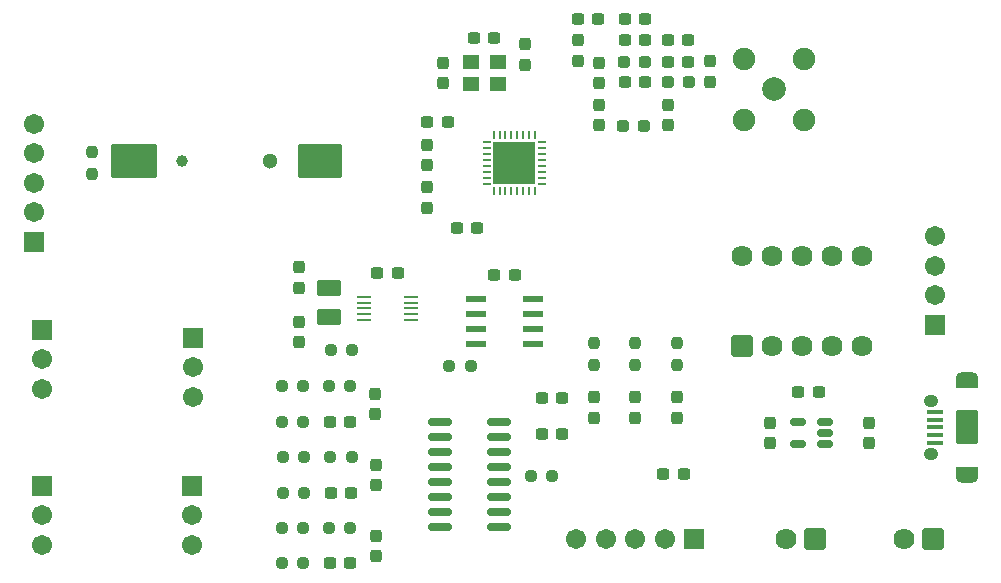
<source format=gbr>
%TF.GenerationSoftware,KiCad,Pcbnew,9.0.0*%
%TF.CreationDate,2025-11-11T18:57:33-05:00*%
%TF.ProjectId,Agi_WSN,4167695f-5753-44e2-9e6b-696361645f70,rev?*%
%TF.SameCoordinates,Original*%
%TF.FileFunction,Soldermask,Top*%
%TF.FilePolarity,Negative*%
%FSLAX46Y46*%
G04 Gerber Fmt 4.6, Leading zero omitted, Abs format (unit mm)*
G04 Created by KiCad (PCBNEW 9.0.0) date 2025-11-11 18:57:33*
%MOMM*%
%LPD*%
G01*
G04 APERTURE LIST*
G04 Aperture macros list*
%AMRoundRect*
0 Rectangle with rounded corners*
0 $1 Rounding radius*
0 $2 $3 $4 $5 $6 $7 $8 $9 X,Y pos of 4 corners*
0 Add a 4 corners polygon primitive as box body*
4,1,4,$2,$3,$4,$5,$6,$7,$8,$9,$2,$3,0*
0 Add four circle primitives for the rounded corners*
1,1,$1+$1,$2,$3*
1,1,$1+$1,$4,$5*
1,1,$1+$1,$6,$7*
1,1,$1+$1,$8,$9*
0 Add four rect primitives between the rounded corners*
20,1,$1+$1,$2,$3,$4,$5,0*
20,1,$1+$1,$4,$5,$6,$7,0*
20,1,$1+$1,$6,$7,$8,$9,0*
20,1,$1+$1,$8,$9,$2,$3,0*%
G04 Aperture macros list end*
%ADD10RoundRect,0.237500X0.237500X-0.300000X0.237500X0.300000X-0.237500X0.300000X-0.237500X-0.300000X0*%
%ADD11RoundRect,0.237500X-0.287500X-0.237500X0.287500X-0.237500X0.287500X0.237500X-0.287500X0.237500X0*%
%ADD12RoundRect,0.237500X-0.237500X0.300000X-0.237500X-0.300000X0.237500X-0.300000X0.237500X0.300000X0*%
%ADD13RoundRect,0.237500X0.300000X0.237500X-0.300000X0.237500X-0.300000X-0.237500X0.300000X-0.237500X0*%
%ADD14RoundRect,0.102000X-0.610000X0.485000X-0.610000X-0.485000X0.610000X-0.485000X0.610000X0.485000X0*%
%ADD15RoundRect,0.237500X-0.237500X0.250000X-0.237500X-0.250000X0.237500X-0.250000X0.237500X0.250000X0*%
%ADD16RoundRect,0.237500X0.237500X-0.287500X0.237500X0.287500X-0.237500X0.287500X-0.237500X-0.287500X0*%
%ADD17R,1.676400X0.482600*%
%ADD18RoundRect,0.102000X-0.950000X0.550000X-0.950000X-0.550000X0.950000X-0.550000X0.950000X0.550000X0*%
%ADD19R,0.254000X0.711200*%
%ADD20R,0.711200X0.254000*%
%ADD21R,3.606800X3.606800*%
%ADD22R,1.219200X0.279400*%
%ADD23RoundRect,0.150000X0.512500X0.150000X-0.512500X0.150000X-0.512500X-0.150000X0.512500X-0.150000X0*%
%ADD24RoundRect,0.150000X-0.825000X-0.150000X0.825000X-0.150000X0.825000X0.150000X-0.825000X0.150000X0*%
%ADD25RoundRect,0.237500X-0.250000X-0.237500X0.250000X-0.237500X0.250000X0.237500X-0.250000X0.237500X0*%
%ADD26RoundRect,0.102000X-0.790000X-0.790000X0.790000X-0.790000X0.790000X0.790000X-0.790000X0.790000X0*%
%ADD27C,1.784000*%
%ADD28RoundRect,0.237500X0.237500X-0.250000X0.237500X0.250000X-0.237500X0.250000X-0.237500X-0.250000X0*%
%ADD29RoundRect,0.237500X0.250000X0.237500X-0.250000X0.237500X-0.250000X-0.237500X0.250000X-0.237500X0*%
%ADD30C,1.779000*%
%ADD31RoundRect,0.102000X-0.787500X-0.787500X0.787500X-0.787500X0.787500X0.787500X-0.787500X0.787500X0*%
%ADD32C,1.712000*%
%ADD33RoundRect,0.102000X-0.754000X0.754000X-0.754000X-0.754000X0.754000X-0.754000X0.754000X0.754000X0*%
%ADD34RoundRect,0.102000X0.754000X-0.754000X0.754000X0.754000X-0.754000X0.754000X-0.754000X-0.754000X0*%
%ADD35RoundRect,0.102000X-0.754000X-0.754000X0.754000X-0.754000X0.754000X0.754000X-0.754000X0.754000X0*%
%ADD36RoundRect,0.100000X0.575000X-0.100000X0.575000X0.100000X-0.575000X0.100000X-0.575000X-0.100000X0*%
%ADD37O,1.900000X1.000000*%
%ADD38R,1.900000X0.875000*%
%ADD39O,1.250000X1.050000*%
%ADD40RoundRect,0.250000X0.700000X-1.200000X0.700000X1.200000X-0.700000X1.200000X-0.700000X-1.200000X0*%
%ADD41C,2.006600*%
%ADD42C,1.905000*%
%ADD43RoundRect,0.237500X-0.300000X-0.237500X0.300000X-0.237500X0.300000X0.237500X-0.300000X0.237500X0*%
%ADD44RoundRect,0.102000X-1.830000X-1.300000X1.830000X-1.300000X1.830000X1.300000X-1.830000X1.300000X0*%
%ADD45C,1.000000*%
%ADD46RoundRect,0.102000X-1.770000X-1.300000X1.770000X-1.300000X1.770000X1.300000X-1.770000X1.300000X0*%
%ADD47C,1.300000*%
G04 APERTURE END LIST*
D10*
%TO.C,C31*%
X135255000Y-86286000D03*
X135255000Y-88011000D03*
%TD*%
%TO.C,C30*%
X129413000Y-88011000D03*
X129413000Y-86286000D03*
%TD*%
D11*
%TO.C,L5*%
X133209000Y-88037500D03*
X131459000Y-88037500D03*
%TD*%
D12*
%TO.C,C22*%
X114860000Y-93257500D03*
X114860000Y-94982500D03*
%TD*%
D10*
%TO.C,C17*%
X123165000Y-81127500D03*
X123165000Y-82852500D03*
%TD*%
%TO.C,C33*%
X116215000Y-82727500D03*
X116215000Y-84452500D03*
%TD*%
D13*
%TO.C,C32*%
X118852500Y-80590000D03*
X120577500Y-80590000D03*
%TD*%
D14*
%TO.C,Y2*%
X120860000Y-84510000D03*
X118570000Y-84510000D03*
X118570000Y-82670000D03*
X120860000Y-82670000D03*
%TD*%
D15*
%TO.C,R15*%
X136000000Y-106462500D03*
X136000000Y-108287500D03*
%TD*%
D16*
%TO.C,D3*%
X136000000Y-112750000D03*
X136000000Y-111000000D03*
%TD*%
D17*
%TO.C,U5*%
X123853000Y-102735000D03*
X123853000Y-104005000D03*
X123853000Y-105275000D03*
X123853000Y-106545000D03*
X119027000Y-106545000D03*
X119027000Y-105275000D03*
X119027000Y-104005000D03*
X119027000Y-102735000D03*
%TD*%
D18*
%TO.C,Y1*%
X106533100Y-101755002D03*
X106533100Y-104255002D03*
%TD*%
D19*
%TO.C,U4*%
X120509501Y-93549500D03*
X121009500Y-93549500D03*
X121509499Y-93549500D03*
X122009500Y-93549500D03*
X122509500Y-93549500D03*
X123009501Y-93549500D03*
X123509500Y-93549500D03*
X124009499Y-93549500D03*
D20*
X124609000Y-92949999D03*
X124609000Y-92450000D03*
X124609000Y-91950001D03*
X124609000Y-91450000D03*
X124609000Y-90950000D03*
X124609000Y-90449999D03*
X124609000Y-89950000D03*
X124609000Y-89450001D03*
D19*
X124009499Y-88850500D03*
X123509500Y-88850500D03*
X123009501Y-88850500D03*
X122509500Y-88850500D03*
X122009500Y-88850500D03*
X121509499Y-88850500D03*
X121009500Y-88850500D03*
X120509501Y-88850500D03*
D20*
X119910000Y-89450001D03*
X119910000Y-89950000D03*
X119910000Y-90449999D03*
X119910000Y-90950000D03*
X119910000Y-91450000D03*
X119910000Y-91950001D03*
X119910000Y-92450000D03*
X119910000Y-92949999D03*
D21*
X122259500Y-91200000D03*
%TD*%
D22*
%TO.C,U3*%
X109539200Y-102505000D03*
X109539200Y-103005002D03*
X109539200Y-103505001D03*
X109539200Y-104005000D03*
X109539200Y-104505002D03*
X113527000Y-104505002D03*
X113527000Y-104005000D03*
X113527000Y-103505001D03*
X113527000Y-103005002D03*
X113527000Y-102505000D03*
%TD*%
D23*
%TO.C,U2*%
X148550000Y-115020000D03*
X148550000Y-114070000D03*
X148550000Y-113120000D03*
X146275000Y-113120000D03*
X146275000Y-115020000D03*
%TD*%
D24*
%TO.C,U1*%
X116000000Y-113150000D03*
X116000000Y-114420000D03*
X116000000Y-115690000D03*
X116000000Y-116960000D03*
X116000000Y-118230000D03*
X116000000Y-119500000D03*
X116000000Y-120770000D03*
X116000000Y-122040000D03*
X120950000Y-122040000D03*
X120950000Y-120770000D03*
X120950000Y-119500000D03*
X120950000Y-118230000D03*
X120950000Y-116960000D03*
X120950000Y-115690000D03*
X120950000Y-114420000D03*
X120950000Y-113150000D03*
%TD*%
D25*
%TO.C,TH1*%
X102562500Y-125095000D03*
X104387500Y-125095000D03*
%TD*%
D26*
%TO.C,S1*%
X141530000Y-106700000D03*
D27*
X141530000Y-99080000D03*
X144070000Y-106700000D03*
X144070000Y-99080000D03*
X146610000Y-106700000D03*
X146610000Y-99080000D03*
X149150000Y-106700000D03*
X149150000Y-99080000D03*
X151690000Y-106700000D03*
X151690000Y-99080000D03*
%TD*%
D28*
%TO.C,R14*%
X86530000Y-92120000D03*
X86530000Y-90295000D03*
%TD*%
D29*
%TO.C,R13*%
X125482500Y-117700000D03*
X123657500Y-117700000D03*
%TD*%
D25*
%TO.C,R12*%
X106727500Y-107010000D03*
X108552500Y-107010000D03*
%TD*%
%TO.C,R11*%
X116757500Y-108360000D03*
X118582500Y-108360000D03*
%TD*%
D15*
%TO.C,R10*%
X129000000Y-106462500D03*
X129000000Y-108287500D03*
%TD*%
D25*
%TO.C,R9*%
X106562500Y-122095000D03*
X108387500Y-122095000D03*
%TD*%
D15*
%TO.C,R8*%
X132500000Y-106462500D03*
X132500000Y-108287500D03*
%TD*%
D25*
%TO.C,R7*%
X102562500Y-122095000D03*
X104387500Y-122095000D03*
%TD*%
%TO.C,R6*%
X106650000Y-116095000D03*
X108475000Y-116095000D03*
%TD*%
%TO.C,R5*%
X102650000Y-119095000D03*
X104475000Y-119095000D03*
%TD*%
%TO.C,R4*%
X102650000Y-116095000D03*
X104475000Y-116095000D03*
%TD*%
%TO.C,R3*%
X106562500Y-110095000D03*
X108387500Y-110095000D03*
%TD*%
%TO.C,R2*%
X102562500Y-113095000D03*
X104387500Y-113095000D03*
%TD*%
%TO.C,R1*%
X102562500Y-110095000D03*
X104387500Y-110095000D03*
%TD*%
D16*
%TO.C,L4*%
X127635000Y-82536000D03*
X127635000Y-80786000D03*
%TD*%
%TO.C,L3*%
X129413000Y-84441000D03*
X129413000Y-82691000D03*
%TD*%
D11*
%TO.C,L2*%
X131586000Y-82677000D03*
X133336000Y-82677000D03*
%TD*%
%TO.C,L1*%
X135269000Y-84328000D03*
X137019000Y-84328000D03*
%TD*%
D30*
%TO.C,J10*%
X155250000Y-123025000D03*
D31*
X157750000Y-123025000D03*
%TD*%
D30*
%TO.C,J9*%
X145250000Y-123025000D03*
D31*
X147750000Y-123025000D03*
%TD*%
D32*
%TO.C,J8*%
X81590000Y-92860000D03*
X81590000Y-90360000D03*
X81590000Y-95360000D03*
D33*
X81590000Y-97860000D03*
D32*
X81590000Y-87860000D03*
%TD*%
%TO.C,J7*%
X82250000Y-123500000D03*
X82250000Y-121000000D03*
D34*
X82250000Y-118500000D03*
%TD*%
D32*
%TO.C,J6*%
X82250000Y-110290000D03*
X82250000Y-107790000D03*
D34*
X82250000Y-105290000D03*
%TD*%
D32*
%TO.C,J5*%
X95025000Y-111000000D03*
X95025000Y-108500000D03*
D34*
X95025000Y-106000000D03*
%TD*%
D32*
%TO.C,J3*%
X132500000Y-123025000D03*
X130000000Y-123025000D03*
X135000000Y-123025000D03*
D35*
X137500000Y-123025000D03*
D32*
X127500000Y-123025000D03*
%TD*%
D36*
%TO.C,J2*%
X157875000Y-112270000D03*
X157875000Y-112920000D03*
X157875000Y-113570000D03*
X157875000Y-114220000D03*
X157875000Y-114870000D03*
D37*
X160550000Y-117745000D03*
D38*
X160550000Y-117307500D03*
D39*
X157550000Y-115795000D03*
D40*
X160550000Y-113570000D03*
D39*
X157550000Y-111345000D03*
D38*
X160550000Y-109832500D03*
D37*
X160550000Y-109395000D03*
%TD*%
D41*
%TO.C,J1*%
X144272000Y-84963000D03*
D42*
X141719300Y-82410300D03*
X141719300Y-87515700D03*
X146824700Y-87515700D03*
X146824700Y-82410300D03*
%TD*%
D16*
%TO.C,D2*%
X129000000Y-112750000D03*
X129000000Y-111000000D03*
%TD*%
%TO.C,D1*%
X132500000Y-112750000D03*
X132500000Y-111000000D03*
%TD*%
D43*
%TO.C,C34*%
X134887500Y-117500000D03*
X136612500Y-117500000D03*
%TD*%
%TO.C,C29*%
X127661500Y-78994000D03*
X129386500Y-78994000D03*
%TD*%
%TO.C,C28*%
X131612500Y-78994000D03*
X133337500Y-78994000D03*
%TD*%
%TO.C,C27*%
X131598500Y-80772000D03*
X133323500Y-80772000D03*
%TD*%
%TO.C,C26*%
X135281500Y-82677000D03*
X137006500Y-82677000D03*
%TD*%
D12*
%TO.C,C25*%
X138811000Y-82576500D03*
X138811000Y-84301500D03*
%TD*%
D13*
%TO.C,C24*%
X133323500Y-84328000D03*
X131598500Y-84328000D03*
%TD*%
%TO.C,C23*%
X137006500Y-80772000D03*
X135281500Y-80772000D03*
%TD*%
%TO.C,C19*%
X119122000Y-96700000D03*
X117397000Y-96700000D03*
%TD*%
%TO.C,C18*%
X116622000Y-87700000D03*
X114897000Y-87700000D03*
%TD*%
D10*
%TO.C,C16*%
X114880000Y-91352500D03*
X114880000Y-89627500D03*
%TD*%
D13*
%TO.C,C15*%
X122302500Y-100640000D03*
X120577500Y-100640000D03*
%TD*%
D12*
%TO.C,C14*%
X104033100Y-104642502D03*
X104033100Y-106367502D03*
%TD*%
D10*
%TO.C,C13*%
X104033100Y-101730002D03*
X104033100Y-100005002D03*
%TD*%
D13*
%TO.C,C12*%
X112395600Y-100505002D03*
X110670600Y-100505002D03*
%TD*%
D10*
%TO.C,C11*%
X143912500Y-114932500D03*
X143912500Y-113207500D03*
%TD*%
D43*
%TO.C,C10*%
X146300000Y-110570000D03*
X148025000Y-110570000D03*
%TD*%
D10*
%TO.C,C9*%
X152300000Y-114932500D03*
X152300000Y-113207500D03*
%TD*%
D43*
%TO.C,C8*%
X124612500Y-111095000D03*
X126337500Y-111095000D03*
%TD*%
D12*
%TO.C,C7*%
X110562500Y-122732500D03*
X110562500Y-124457500D03*
%TD*%
D43*
%TO.C,C6*%
X106612500Y-125095000D03*
X108337500Y-125095000D03*
%TD*%
D12*
%TO.C,C5*%
X110562500Y-116732500D03*
X110562500Y-118457500D03*
%TD*%
D43*
%TO.C,C4*%
X106700000Y-119095000D03*
X108425000Y-119095000D03*
%TD*%
D12*
%TO.C,C3*%
X110475000Y-110732500D03*
X110475000Y-112457500D03*
%TD*%
D43*
%TO.C,C2*%
X106612500Y-113095000D03*
X108337500Y-113095000D03*
%TD*%
%TO.C,C1*%
X124612500Y-114095000D03*
X126337500Y-114095000D03*
%TD*%
D44*
%TO.C,BT1*%
X90030000Y-91010000D03*
D45*
X94100000Y-91010000D03*
D46*
X105830000Y-91010000D03*
D47*
X101600000Y-91010000D03*
%TD*%
D32*
%TO.C,J4*%
X95000000Y-123500000D03*
X95000000Y-121000000D03*
D34*
X95000000Y-118500000D03*
%TD*%
D32*
%TO.C,J11*%
X157910000Y-99870000D03*
X157910000Y-97370000D03*
X157910000Y-102370000D03*
D33*
X157910000Y-104870000D03*
%TD*%
M02*

</source>
